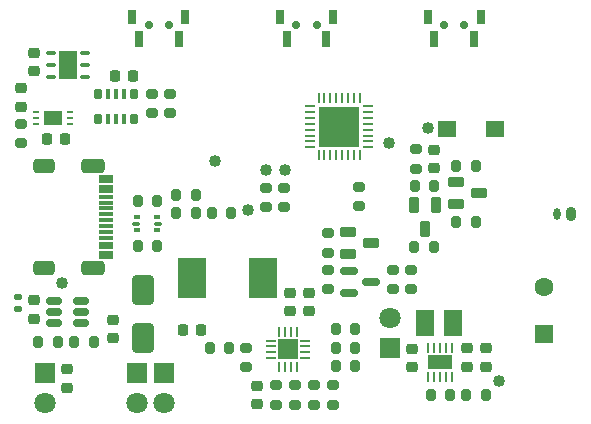
<source format=gts>
G04 #@! TF.GenerationSoftware,KiCad,Pcbnew,8.0.2*
G04 #@! TF.CreationDate,2024-06-16T15:54:46+08:00*
G04 #@! TF.ProjectId,PerpetualClock,50657270-6574-4756-916c-436c6f636b2e,rev?*
G04 #@! TF.SameCoordinates,Original*
G04 #@! TF.FileFunction,Soldermask,Top*
G04 #@! TF.FilePolarity,Negative*
%FSLAX46Y46*%
G04 Gerber Fmt 4.6, Leading zero omitted, Abs format (unit mm)*
G04 Created by KiCad (PCBNEW 8.0.2) date 2024-06-16 15:54:46*
%MOMM*%
%LPD*%
G01*
G04 APERTURE LIST*
G04 Aperture macros list*
%AMRoundRect*
0 Rectangle with rounded corners*
0 $1 Rounding radius*
0 $2 $3 $4 $5 $6 $7 $8 $9 X,Y pos of 4 corners*
0 Add a 4 corners polygon primitive as box body*
4,1,4,$2,$3,$4,$5,$6,$7,$8,$9,$2,$3,0*
0 Add four circle primitives for the rounded corners*
1,1,$1+$1,$2,$3*
1,1,$1+$1,$4,$5*
1,1,$1+$1,$6,$7*
1,1,$1+$1,$8,$9*
0 Add four rect primitives between the rounded corners*
20,1,$1+$1,$2,$3,$4,$5,0*
20,1,$1+$1,$4,$5,$6,$7,0*
20,1,$1+$1,$6,$7,$8,$9,0*
20,1,$1+$1,$8,$9,$2,$3,0*%
G04 Aperture macros list end*
%ADD10R,2.000000X1.200000*%
%ADD11RoundRect,0.062500X-0.062500X0.350000X-0.062500X-0.350000X0.062500X-0.350000X0.062500X0.350000X0*%
%ADD12C,0.700000*%
%ADD13R,0.800000X1.400000*%
%ADD14R,0.800000X1.200000*%
%ADD15O,0.900000X1.200000*%
%ADD16O,0.600000X1.000000*%
%ADD17RoundRect,0.175000X-0.175000X0.275000X-0.175000X-0.275000X0.175000X-0.275000X0.175000X0.275000X0*%
%ADD18RoundRect,0.100000X-0.100000X0.350000X-0.100000X-0.350000X0.100000X-0.350000X0.100000X0.350000X0*%
%ADD19RoundRect,0.225000X-0.250000X0.225000X-0.250000X-0.225000X0.250000X-0.225000X0.250000X0.225000X0*%
%ADD20RoundRect,0.200000X0.275000X-0.200000X0.275000X0.200000X-0.275000X0.200000X-0.275000X-0.200000X0*%
%ADD21RoundRect,0.200000X-0.275000X0.200000X-0.275000X-0.200000X0.275000X-0.200000X0.275000X0.200000X0*%
%ADD22R,1.680000X1.680000*%
%ADD23RoundRect,0.062500X-0.062500X-0.350000X0.062500X-0.350000X0.062500X0.350000X-0.062500X0.350000X0*%
%ADD24RoundRect,0.062500X-0.350000X-0.062500X0.350000X-0.062500X0.350000X0.062500X-0.350000X0.062500X0*%
%ADD25R,1.635000X2.160000*%
%ADD26RoundRect,0.200000X-0.200000X-0.275000X0.200000X-0.275000X0.200000X0.275000X-0.200000X0.275000X0*%
%ADD27RoundRect,0.147500X0.172500X-0.147500X0.172500X0.147500X-0.172500X0.147500X-0.172500X-0.147500X0*%
%ADD28RoundRect,0.225000X-0.225000X-0.250000X0.225000X-0.250000X0.225000X0.250000X-0.225000X0.250000X0*%
%ADD29C,1.017268*%
%ADD30RoundRect,0.150000X-0.587500X-0.150000X0.587500X-0.150000X0.587500X0.150000X-0.587500X0.150000X0*%
%ADD31RoundRect,0.200000X0.200000X0.275000X-0.200000X0.275000X-0.200000X-0.275000X0.200000X-0.275000X0*%
%ADD32RoundRect,0.225000X0.250000X-0.225000X0.250000X0.225000X-0.250000X0.225000X-0.250000X-0.225000X0*%
%ADD33R,3.450000X3.450000*%
%ADD34RoundRect,0.062500X0.062500X0.375000X-0.062500X0.375000X-0.062500X-0.375000X0.062500X-0.375000X0*%
%ADD35RoundRect,0.062500X0.375000X0.062500X-0.375000X0.062500X-0.375000X-0.062500X0.375000X-0.062500X0*%
%ADD36R,1.800000X1.800000*%
%ADD37C,1.800000*%
%ADD38R,1.500000X2.400000*%
%ADD39RoundRect,0.100000X0.300000X0.100000X-0.300000X0.100000X-0.300000X-0.100000X0.300000X-0.100000X0*%
%ADD40RoundRect,0.093750X0.156250X0.093750X-0.156250X0.093750X-0.156250X-0.093750X0.156250X-0.093750X0*%
%ADD41RoundRect,0.075000X0.250000X0.075000X-0.250000X0.075000X-0.250000X-0.075000X0.250000X-0.075000X0*%
%ADD42RoundRect,0.050800X0.350500X-0.624850X0.350500X0.624850X-0.350500X0.624850X-0.350500X-0.624850X0*%
%ADD43R,0.505000X0.280000*%
%ADD44R,1.500000X1.200000*%
%ADD45R,1.600000X1.600000*%
%ADD46C,1.600000*%
%ADD47RoundRect,0.050800X0.624850X0.350500X-0.624850X0.350500X-0.624850X-0.350500X0.624850X-0.350500X0*%
%ADD48R,1.530000X1.360000*%
%ADD49R,2.350000X3.500000*%
%ADD50RoundRect,0.250000X0.650000X-1.000000X0.650000X1.000000X-0.650000X1.000000X-0.650000X-1.000000X0*%
%ADD51RoundRect,0.225000X0.225000X0.250000X-0.225000X0.250000X-0.225000X-0.250000X0.225000X-0.250000X0*%
%ADD52R,1.300000X0.300000*%
%ADD53RoundRect,0.300000X-0.600000X0.300000X-0.600000X-0.300000X0.600000X-0.300000X0.600000X0.300000X0*%
%ADD54RoundRect,0.300000X-0.700000X0.300000X-0.700000X-0.300000X0.700000X-0.300000X0.700000X0.300000X0*%
%ADD55RoundRect,0.150000X0.512500X0.150000X-0.512500X0.150000X-0.512500X-0.150000X0.512500X-0.150000X0*%
G04 APERTURE END LIST*
D10*
X161963000Y-63350000D03*
D11*
X162963000Y-64562500D03*
X162463000Y-64562500D03*
X161963000Y-64562500D03*
X161463000Y-64562500D03*
X160963000Y-64562500D03*
X160963000Y-62137500D03*
X161463000Y-62137500D03*
X161963000Y-62137500D03*
X162463000Y-62137500D03*
X162963000Y-62137500D03*
D12*
X162310000Y-34779000D03*
X164010000Y-34779000D03*
D13*
X161485000Y-35978000D03*
X164835000Y-35978000D03*
D14*
X160910000Y-34144000D03*
X165410000Y-34144000D03*
D12*
X149810000Y-34779000D03*
X151510000Y-34779000D03*
D13*
X148985000Y-35978000D03*
X152335000Y-35978000D03*
D14*
X148410000Y-34144000D03*
X152910000Y-34144000D03*
D12*
X137310000Y-34779000D03*
X139010000Y-34779000D03*
D13*
X136485000Y-35978000D03*
X139835000Y-35978000D03*
D14*
X135910000Y-34144000D03*
X140410000Y-34144000D03*
D15*
X173080000Y-50760000D03*
D16*
X171880000Y-50760000D03*
D17*
X136090000Y-40621250D03*
D18*
X135240000Y-40621250D03*
X134540000Y-40621250D03*
X133840000Y-40621250D03*
D17*
X132990000Y-40621250D03*
X132990000Y-42721250D03*
D18*
X133840000Y-42721250D03*
X134540000Y-42721250D03*
X135240000Y-42721250D03*
D17*
X136090000Y-42721250D03*
D19*
X146440000Y-65355000D03*
X146440000Y-66905000D03*
D20*
X137580000Y-42265000D03*
X137580000Y-40615000D03*
D21*
X151277500Y-65305000D03*
X151277500Y-66955000D03*
D22*
X149110000Y-62262500D03*
D23*
X148360000Y-60800000D03*
X148860000Y-60800000D03*
X149360000Y-60800000D03*
X149860000Y-60800000D03*
D24*
X150572500Y-61512500D03*
X150572500Y-62012500D03*
X150572500Y-62512500D03*
X150572500Y-63012500D03*
D23*
X149860000Y-63725000D03*
X149360000Y-63725000D03*
X148860000Y-63725000D03*
X148360000Y-63725000D03*
D24*
X147647500Y-63012500D03*
X147647500Y-62512500D03*
X147647500Y-62012500D03*
X147647500Y-61512500D03*
D25*
X163031000Y-60010000D03*
X160695000Y-60010000D03*
D26*
X159835000Y-48430000D03*
X161485000Y-48430000D03*
D27*
X126220000Y-58825000D03*
X126220000Y-57855000D03*
D20*
X148052500Y-66955000D03*
X148052500Y-65305000D03*
D28*
X134435000Y-39121250D03*
X135985000Y-39121250D03*
D29*
X160949200Y-43544600D03*
D30*
X154280000Y-55595000D03*
X154280000Y-57495000D03*
X156155000Y-56545000D03*
D20*
X155124000Y-50147000D03*
X155124000Y-48497000D03*
D26*
X139615000Y-50690000D03*
X141265000Y-50690000D03*
X153140000Y-63690000D03*
X154790000Y-63690000D03*
D31*
X129615000Y-61615000D03*
X127965000Y-61615000D03*
D32*
X134270000Y-61285000D03*
X134270000Y-59735000D03*
D33*
X153430000Y-43402500D03*
D34*
X155180000Y-45840000D03*
X154680000Y-45840000D03*
X154180000Y-45840000D03*
X153680000Y-45840000D03*
X153180000Y-45840000D03*
X152680000Y-45840000D03*
X152180000Y-45840000D03*
X151680000Y-45840000D03*
D35*
X150992500Y-45152500D03*
X150992500Y-44652500D03*
X150992500Y-44152500D03*
X150992500Y-43652500D03*
X150992500Y-43152500D03*
X150992500Y-42652500D03*
X150992500Y-42152500D03*
X150992500Y-41652500D03*
D34*
X151680000Y-40965000D03*
X152180000Y-40965000D03*
X152680000Y-40965000D03*
X153180000Y-40965000D03*
X153680000Y-40965000D03*
X154180000Y-40965000D03*
X154680000Y-40965000D03*
X155180000Y-40965000D03*
D35*
X155867500Y-41652500D03*
X155867500Y-42152500D03*
X155867500Y-42652500D03*
X155867500Y-43152500D03*
X155867500Y-43652500D03*
X155867500Y-44152500D03*
X155867500Y-44652500D03*
X155867500Y-45152500D03*
D36*
X138587000Y-64280000D03*
D37*
X138587000Y-66820000D03*
D21*
X147250000Y-48565000D03*
X147250000Y-50215000D03*
D20*
X157980000Y-57155000D03*
X157980000Y-55505000D03*
D38*
X130475000Y-38160000D03*
D39*
X129025000Y-39160000D03*
X129025000Y-38160000D03*
X129025000Y-37160000D03*
X131925000Y-37160000D03*
X131925000Y-38160000D03*
X131925000Y-39160000D03*
D20*
X152460000Y-54070000D03*
X152460000Y-52420000D03*
D31*
X165855000Y-66110000D03*
X164205000Y-66110000D03*
D40*
X138040000Y-52137500D03*
D41*
X138115000Y-51600000D03*
D40*
X138040000Y-51062500D03*
X136340000Y-51062500D03*
D41*
X136265000Y-51600000D03*
D40*
X136340000Y-52137500D03*
D20*
X145560000Y-63755000D03*
X145560000Y-62105000D03*
D31*
X164980000Y-46730000D03*
X163330000Y-46730000D03*
D29*
X148800000Y-47040000D03*
D26*
X142645000Y-50680000D03*
X144295000Y-50680000D03*
D21*
X148780000Y-48555000D03*
X148780000Y-50205000D03*
D26*
X163330000Y-51480000D03*
X164980000Y-51480000D03*
D29*
X145740000Y-50460000D03*
D21*
X149665000Y-65305000D03*
X149665000Y-66955000D03*
D19*
X165833000Y-62175000D03*
X165833000Y-63725000D03*
D42*
X161630000Y-50045000D03*
X159730000Y-50045000D03*
X160680000Y-52046600D03*
D31*
X161425000Y-53570000D03*
X159775000Y-53570000D03*
D37*
X128480000Y-66790000D03*
D36*
X128480000Y-64250000D03*
D20*
X126520000Y-44795000D03*
X126520000Y-43145000D03*
D26*
X136365000Y-49690000D03*
X138015000Y-49690000D03*
D29*
X157664000Y-44750000D03*
D31*
X162808000Y-66110000D03*
X161158000Y-66110000D03*
X154790000Y-62110000D03*
X153140000Y-62110000D03*
D21*
X159530000Y-55505000D03*
X159530000Y-57155000D03*
D32*
X149290000Y-59030000D03*
X149290000Y-57480000D03*
D43*
X127778250Y-42150000D03*
X127778250Y-42650000D03*
X127778250Y-43150000D03*
X130632250Y-43150000D03*
X130632250Y-42650000D03*
X130632250Y-42150000D03*
D44*
X129205250Y-42650000D03*
D19*
X127570000Y-58110000D03*
X127570000Y-59660000D03*
D31*
X144105000Y-62180000D03*
X142455000Y-62180000D03*
D20*
X152460000Y-57155000D03*
X152460000Y-55505000D03*
D45*
X170780000Y-60970000D03*
D46*
X170780000Y-56970000D03*
D19*
X161430000Y-45360000D03*
X161430000Y-46910000D03*
D29*
X129927200Y-56662600D03*
X147230000Y-47050000D03*
D47*
X163274850Y-48080000D03*
X163274850Y-49980000D03*
X165276450Y-49030000D03*
D32*
X150840000Y-59025000D03*
X150840000Y-57475000D03*
D26*
X139615000Y-49150000D03*
X141265000Y-49150000D03*
D48*
X162590000Y-43630000D03*
X166660000Y-43630000D03*
D31*
X138015000Y-53510000D03*
X136365000Y-53510000D03*
D49*
X140930000Y-56180000D03*
X146980000Y-56180000D03*
D20*
X139140000Y-42265000D03*
X139140000Y-40615000D03*
D31*
X154790000Y-60530000D03*
X153140000Y-60530000D03*
D32*
X127560000Y-38675000D03*
X127560000Y-37125000D03*
D36*
X136297000Y-64280000D03*
D37*
X136297000Y-66820000D03*
D21*
X159890000Y-45320000D03*
X159890000Y-46970000D03*
D50*
X136840000Y-61260000D03*
X136840000Y-57260000D03*
D20*
X152890000Y-66955000D03*
X152890000Y-65305000D03*
D28*
X140195000Y-60590000D03*
X141745000Y-60590000D03*
D51*
X130205000Y-44430000D03*
X128655000Y-44430000D03*
D52*
X133678010Y-48026000D03*
X133678110Y-48835880D03*
X133677990Y-49325920D03*
X133678010Y-50325920D03*
X133677990Y-51826040D03*
X133677990Y-52826040D03*
X133678060Y-53315960D03*
X133678090Y-54125890D03*
X133678110Y-54477600D03*
X133678110Y-53625960D03*
X133677990Y-52325660D03*
X133678010Y-51325920D03*
X133677990Y-50826050D03*
X133677990Y-49826050D03*
X133678040Y-48515970D03*
X133678010Y-47675990D03*
D53*
X128429530Y-55395960D03*
D54*
X132609520Y-55395960D03*
D53*
X128429530Y-46756000D03*
D54*
X132609520Y-46756000D03*
D55*
X131557500Y-60055000D03*
X131557500Y-59105000D03*
X131557500Y-58155000D03*
X129282500Y-58155000D03*
X129282500Y-59105000D03*
X129282500Y-60055000D03*
D19*
X164283000Y-62175000D03*
X164283000Y-63725000D03*
X159633000Y-62185000D03*
X159633000Y-63735000D03*
X130370000Y-65505000D03*
X130370000Y-63955000D03*
D29*
X142932000Y-46274000D03*
D47*
X154139200Y-52305000D03*
X154139200Y-54205000D03*
X156140800Y-53255000D03*
D36*
X157743000Y-62120000D03*
D37*
X157743000Y-59580000D03*
D29*
X166929200Y-64894600D03*
D32*
X126520000Y-41695000D03*
X126520000Y-40145000D03*
D26*
X131015000Y-61615000D03*
X132665000Y-61615000D03*
M02*

</source>
